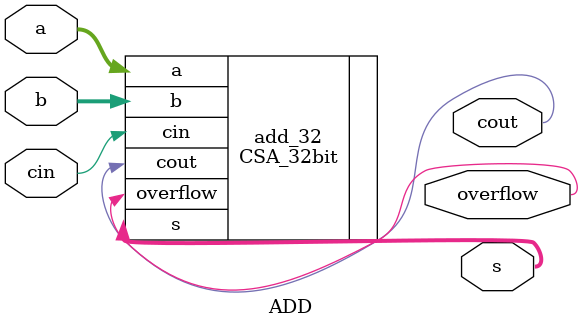
<source format=v>
module ADD(a, b, cin, s, cout, overflow);
	input [31:0] a,b;
	input cin;
	output [31:0] s;
	output cout, overflow;
	
	CSA_32bit add_32(.a(a), .b(b), .cin(cin), .s(s), .cout(cout), .overflow(overflow));

endmodule
</source>
